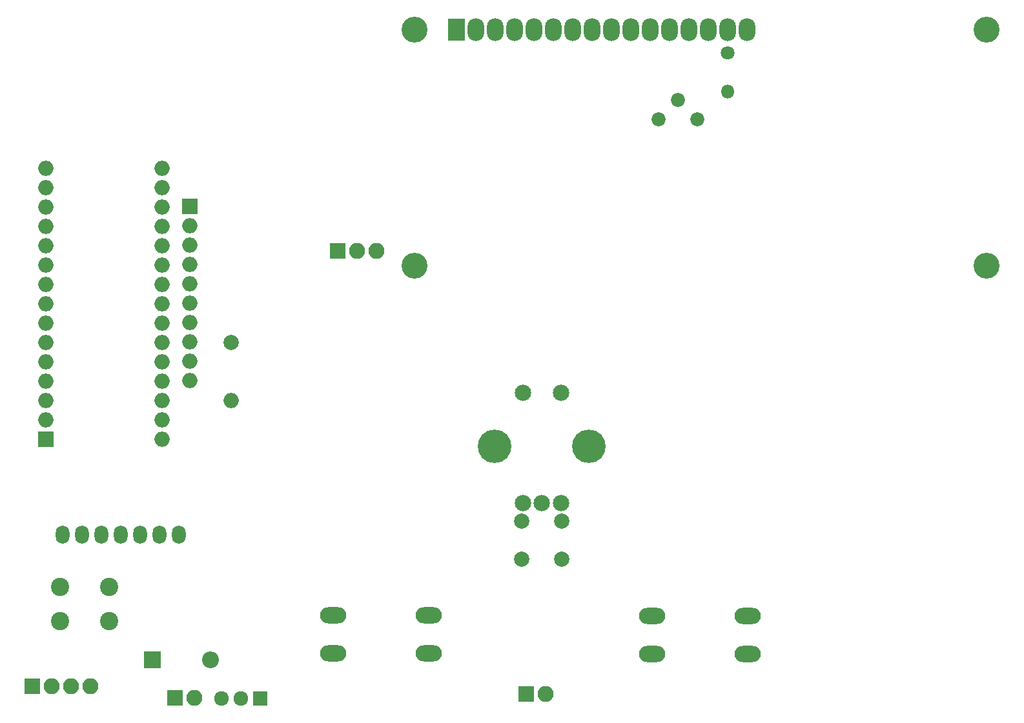
<source format=gbr>
G04 #@! TF.FileFunction,Soldermask,Bot*
%FSLAX46Y46*%
G04 Gerber Fmt 4.6, Leading zero omitted, Abs format (unit mm)*
G04 Created by KiCad (PCBNEW 4.0.7) date 12/06/18 02:32:05*
%MOMM*%
%LPD*%
G01*
G04 APERTURE LIST*
%ADD10C,0.100000*%
%ADD11O,3.448000X2.127200*%
%ADD12C,2.150000*%
%ADD13O,4.400000X4.400000*%
%ADD14O,1.800000X2.400000*%
%ADD15R,2.000000X2.000000*%
%ADD16O,2.000000X2.000000*%
%ADD17R,2.200000X3.000000*%
%ADD18O,2.200000X3.000000*%
%ADD19C,3.400000*%
%ADD20C,1.800000*%
%ADD21O,1.800000X1.800000*%
%ADD22C,2.400000*%
%ADD23C,1.840000*%
%ADD24R,2.100000X2.100000*%
%ADD25O,2.100000X2.100000*%
%ADD26C,2.000000*%
%ADD27R,2.200000X2.200000*%
%ADD28O,2.200000X2.200000*%
%ADD29C,1.920000*%
%ADD30R,1.920000X1.920000*%
G04 APERTURE END LIST*
D10*
D11*
X128387500Y-105664000D03*
X128387500Y-110664000D03*
X115887500Y-105664000D03*
X115887500Y-110664000D03*
X86541000Y-105600500D03*
X86541000Y-110600500D03*
X74041000Y-105600500D03*
X74041000Y-110600500D03*
D12*
X98900000Y-90900000D03*
X103900000Y-90900000D03*
X101400000Y-90900000D03*
X103900000Y-76400000D03*
X98900000Y-76400000D03*
D13*
X107600000Y-83400000D03*
X95200000Y-83400000D03*
D14*
X38530000Y-95050000D03*
X41070000Y-95050000D03*
X43610000Y-95050000D03*
X46150000Y-95050000D03*
X48690000Y-95050000D03*
X51230000Y-95050000D03*
X53770000Y-95050000D03*
D15*
X36350000Y-82450000D03*
D16*
X51590000Y-49430000D03*
X36350000Y-79910000D03*
X51590000Y-51970000D03*
X36350000Y-77370000D03*
X51590000Y-54510000D03*
X36350000Y-74830000D03*
X51590000Y-57050000D03*
X36350000Y-72290000D03*
X51590000Y-59590000D03*
X36350000Y-69750000D03*
X51590000Y-62130000D03*
X36350000Y-67210000D03*
X51590000Y-64670000D03*
X36350000Y-64670000D03*
X51590000Y-67210000D03*
X36350000Y-62130000D03*
X51590000Y-69750000D03*
X36350000Y-59590000D03*
X51590000Y-72290000D03*
X36350000Y-57050000D03*
X51590000Y-74830000D03*
X36350000Y-54510000D03*
X51590000Y-77370000D03*
X36350000Y-51970000D03*
X51590000Y-79910000D03*
X36350000Y-49430000D03*
X51590000Y-82450000D03*
X36350000Y-46890000D03*
X51590000Y-46890000D03*
D17*
X90250000Y-28750000D03*
D18*
X92790000Y-28750000D03*
X95330000Y-28750000D03*
X97870000Y-28750000D03*
X100410000Y-28750000D03*
X102950000Y-28750000D03*
X105490000Y-28750000D03*
X108030000Y-28750000D03*
X110570000Y-28750000D03*
X113110000Y-28750000D03*
X115650000Y-28750000D03*
X118190000Y-28750000D03*
X120730000Y-28750000D03*
X123270000Y-28750000D03*
X125810000Y-28750000D03*
X128350000Y-28750000D03*
D19*
X84750900Y-28750000D03*
X84750900Y-59750700D03*
X159749480Y-59750700D03*
X159750000Y-28750000D03*
D20*
X125750000Y-31750000D03*
D21*
X125750000Y-36830000D03*
D22*
X38200000Y-101900000D03*
X38200000Y-106400000D03*
X44700000Y-101900000D03*
X44700000Y-106400000D03*
D15*
X55250000Y-51950000D03*
D16*
X55250000Y-54490000D03*
X55250000Y-57030000D03*
X55250000Y-59570000D03*
X55250000Y-62110000D03*
X55250000Y-64650000D03*
X55250000Y-67190000D03*
X55250000Y-69730000D03*
X55250000Y-72270000D03*
X55250000Y-74810000D03*
D23*
X121830000Y-40500000D03*
X119290000Y-37960000D03*
X116750000Y-40500000D03*
D24*
X74600000Y-57800000D03*
D25*
X77140000Y-57800000D03*
X79680000Y-57800000D03*
D26*
X104000000Y-98200000D03*
X104000000Y-93200000D03*
X98800000Y-98200000D03*
X98800000Y-93200000D03*
D27*
X50323750Y-111410750D03*
D28*
X57943750Y-111410750D03*
D24*
X53308250Y-116427250D03*
D25*
X55848250Y-116427250D03*
D26*
X60706000Y-69786500D03*
D16*
X60706000Y-77406500D03*
D29*
X61944250Y-116490750D03*
X59404250Y-116490750D03*
D30*
X64484250Y-116490750D03*
D24*
X34607500Y-114935000D03*
D25*
X37147500Y-114935000D03*
X39687500Y-114935000D03*
X42227500Y-114935000D03*
D24*
X99377500Y-115887500D03*
D25*
X101917500Y-115887500D03*
M02*

</source>
